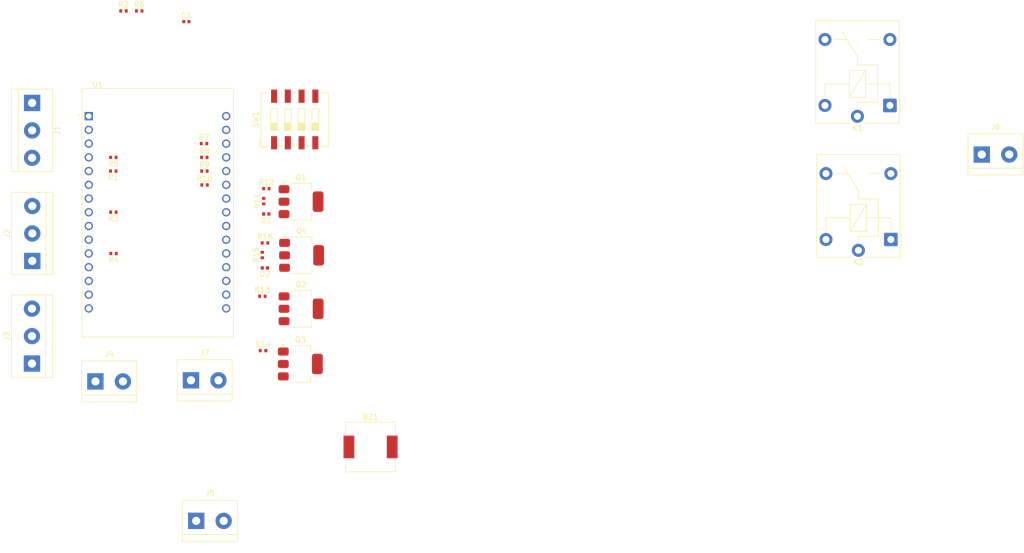
<source format=kicad_pcb>
(kicad_pcb (version 20240108) (generator "pcbnew") (generator_version "8.0")
  (layers (0 "F.Cu" signal) (31 "B.Cu" signal) (34 "B.Paste" user) (35 "F.Paste" user) (36 "B.SilkS" user "B.Silkscreen") (37 "F.SilkS" user "F.Silkscreen") (38 "B.Mask" user) (39 "F.Mask" user) (44 "Edge.Cuts" user))
  (net 0 "")
  (net 1 "+5V")
  (net 2 "Net-(BZ1--)")
  (net 3 "GND")
  (net 4 "Net-(D1-A)")
  (net 5 "Net-(D2-A)")
  (net 6 "LSC")
  (net 7 "LSA")
  (net 8 "KEYA")
  (net 9 "KEYC")
  (net 10 "FTC")
  (net 11 "PP")
  (net 12 "MO1")
  (net 13 "MO2")
  (net 14 "Net-(J7-Pin_2)")
  (net 15 "Net-(Q1-C)")
  (net 16 "Net-(Q4-C)")
  (net 17 "Net-(Q1-B)")
  (net 18 "Net-(Q2-B)")
  (net 19 "Net-(Q3-B)")
  (net 20 "Net-(Q4-B)")
  (net 21 "+3.3V")
  (net 22 "Net-(U1-D13)")
  (net 23 "Net-(U1-D12)")
  (net 24 "Net-(U1-D14)")
  (net 25 "Net-(U1-D27)")
  (net 26 "MA")
  (net 27 "LAMP")
  (net 28 "BUZZER")
  (net 29 "MC")
  (footprint "Resistor_SMD:R_0402_1005Metric" (layer "F.Cu") (at 137.87 87.89)
    (property "Reference" "R10" (at 0 -1.17 0) (layer "F.SilkS"))
    (property "Value" "1k")
    (fp_line (start -0.153641 -0.38) (end 0.153641 -0.38) (stroke (width 0.12)) (layer "F.SilkS"))
    (fp_line (start -0.153641 0.38) (end 0.153641 0.38) (stroke (width 0.12)) (layer "F.SilkS"))
    (pad "1" smd roundrect (at -0.51 0) (size 0.54 0.64) (layers "F.Cu" "F.Paste" "F.Mask") (net 21 "+3.3V"))
    (pad "2" smd roundrect (at 0.51 0) (size 0.54 0.64) (layers "F.Cu" "F.Paste" "F.Mask") (net 25 "Net-(U1-D27)"))
  )
  (footprint "Resistor_SMD:R_0402_1005Metric" (layer "F.Cu") (at 121 85.33 180)
    (property "Reference" "R1" (at 0 -1.17 360) (layer "F.SilkS"))
    (property "Value" "1k")
    (fp_line (start -0.153641 0.38) (end 0.153641 0.38) (stroke (width 0.12)) (layer "F.SilkS"))
    (fp_line (start -0.153641 -0.38) (end 0.153641 -0.38) (stroke (width 0.12)) (layer "F.SilkS"))
    (pad "1" smd roundrect (at -0.51 0 180) (size 0.54 0.64) (layers "F.Cu" "F.Paste" "F.Mask") (net 21 "+3.3V"))
    (pad "2" smd roundrect (at 0.51 0 180) (size 0.54 0.64) (layers "F.Cu" "F.Paste" "F.Mask") (net 7 "LSA"))
  )
  (footprint "Resistor_SMD:R_0402_1005Metric" (layer "F.Cu") (at 125.79 55.7)
    (property "Reference" "R6" (at 0 -1.17 0) (layer "F.SilkS"))
    (property "Value" "1k")
    (fp_line (start -0.153641 -0.38) (end 0.153641 -0.38) (stroke (width 0.12)) (layer "F.SilkS"))
    (fp_line (start -0.153641 0.38) (end 0.153641 0.38) (stroke (width 0.12)) (layer "F.SilkS"))
    (pad "1" smd roundrect (at -0.51 0) (size 0.54 0.64) (layers "F.Cu" "F.Paste" "F.Mask") (net 21 "+3.3V"))
    (pad "2" smd roundrect (at 0.51 0) (size 0.54 0.64) (layers "F.Cu" "F.Paste" "F.Mask") (net 9 "KEYC"))
  )
  (footprint "TerminalBlock:TerminalBlock_bornier-2_P5.08mm" (layer "F.Cu") (at 135.36 124.03)
    (property "Reference" "J7" (at 2.54 -5.08 0) (layer "F.SilkS"))
    (property "Value" "LAMP")
    (fp_line (start -2.54 -3.81) (end -2.54 3.81) (stroke (width 0.12)) (layer "F.SilkS"))
    (fp_line (start -2.54 3.81) (end 7.62 3.81) (stroke (width 0.12)) (layer "F.SilkS"))
    (fp_line (start 7.62 -3.81) (end -2.54 -3.81) (stroke (width 0.12)) (layer "F.SilkS"))
    (fp_line (start 7.62 2.54) (end -2.54 2.54) (stroke (width 0.12)) (layer "F.SilkS"))
    (fp_line (start 7.62 3.81) (end 7.62 -3.81) (stroke (width 0.12)) (layer "F.SilkS"))
    (pad "1" thru_hole rect (at 0 0) (size 3 3) (drill 1.52) (layers "*.Cu" "*.Mask") (net 1 "+5V"))
    (pad "2" thru_hole circle (at 5.08 0) (size 3 3) (drill 1.52) (layers "*.Cu" "*.Mask") (net 14 "Net-(J7-Pin_2)"))
  )
  (footprint "TerminalBlock:TerminalBlock_bornier-3_P5.08mm" (layer "F.Cu") (at 105.97 120.94 90)
    (property "Reference" "J3" (at 5.05 -4.65 90) (layer "F.SilkS"))
    (property "Value" "Screw_Terminal_01x03")
    (fp_line (start -2.54 -3.81) (end 12.7 -3.81) (stroke (width 0.12)) (layer "F.SilkS"))
    (fp_line (start -2.54 2.54) (end 12.7 2.54) (stroke (width 0.12)) (layer "F.SilkS"))
    (fp_line (start 12.7 3.81) (end 12.7 -3.81) (stroke (width 0.12)) (layer "F.SilkS"))
    (fp_line (start -2.54 3.81) (end -2.54 -3.81) (stroke (width 0.12)) (layer "F.SilkS"))
    (fp_line (start -2.54 3.81) (end 12.7 3.81) (stroke (width 0.12)) (layer "F.SilkS"))
    (pad "1" thru_hole rect (at 0 0 90) (size 3 3) (drill 1.52) (layers "*.Cu" "*.Mask") (net 3 "GND"))
    (pad "2" thru_hole circle (at 5.08 0 90) (size 3 3) (drill 1.52) (layers "*.Cu" "*.Mask") (net 10 "FTC"))
    (pad "3" thru_hole circle (at 10.16 0 90) (size 3 3) (drill 1.52) (layers "*.Cu" "*.Mask") (net 1 "+5V"))
  )
  (footprint "TerminalBlock:TerminalBlock_bornier-2_P5.08mm" (layer "F.Cu") (at 281.51 82.26)
    (property "Reference" "J6" (at 2.54 -5.08 0) (layer "F.SilkS"))
    (property "Value" "MOTOR")
    (fp_line (start -2.54 -3.81) (end -2.54 3.81) (stroke (width 0.12)) (layer "F.SilkS"))
    (fp_line (start -2.54 3.81) (end 7.62 3.81) (stroke (width 0.12)) (layer "F.SilkS"))
    (fp_line (start 7.62 -3.81) (end -2.54 -3.81) (stroke (width 0.12)) (layer "F.SilkS"))
    (fp_line (start 7.62 2.54) (end -2.54 2.54) (stroke (width 0.12)) (layer "F.SilkS"))
    (fp_line (start 7.62 3.81) (end 7.62 -3.81) (stroke (width 0.12)) (layer "F.SilkS"))
    (pad "1" thru_hole rect (at 0 0) (size 3 3) (drill 1.52) (layers "*.Cu" "*.Mask") (net 12 "MO1"))
    (pad "2" thru_hole circle (at 5.08 0) (size 3 3) (drill 1.52) (layers "*.Cu" "*.Mask") (net 13 "MO2"))
  )
  (footprint "Resistor_SMD:R_0402_1005Metric" (layer "F.Cu") (at 121.02 92.94 180)
    (property "Reference" "R3" (at 0 -1.17 360) (layer "F.SilkS"))
    (property "Value" "1k")
    (fp_line (start -0.153641 0.38) (end 0.153641 0.38) (stroke (width 0.12)) (layer "F.SilkS"))
    (fp_line (start -0.153641 -0.38) (end 0.153641 -0.38) (stroke (width 0.12)) (layer "F.SilkS"))
    (pad "1" smd roundrect (at -0.51 0 180) (size 0.54 0.64) (layers "F.Cu" "F.Paste" "F.Mask") (net 21 "+3.3V"))
    (pad "2" smd roundrect (at 0.51 0 180) (size 0.54 0.64) (layers "F.Cu" "F.Paste" "F.Mask") (net 10 "FTC"))
  )
  (footprint "Resistor_SMD:R_0402_1005Metric" (layer "F.Cu") (at 148.8 90.89 90)
    (property "Reference" "R11" (at 0 -1.17 90) (layer "F.SilkS"))
    (property "Value" "220")
    (fp_line (start -0.153641 -0.38) (end 0.153641 -0.38) (stroke (width 0.12)) (layer "F.SilkS"))
    (fp_line (start -0.153641 0.38) (end 0.153641 0.38) (stroke (width 0.12)) (layer "F.SilkS"))
    (pad "1" smd roundrect (at -0.51 0 90) (size 0.54 0.64) (layers "F.Cu" "F.Paste" "F.Mask") (net 4 "Net-(D1-A)"))
    (pad "2" smd roundrect (at 0.51 0 90) (size 0.54 0.64) (layers "F.Cu" "F.Paste" "F.Mask") (net 26 "MA"))
  )
  (footprint "Capacitor_SMD:C_0402_1005Metric" (layer "F.Cu") (at 134.5 57.68)
    (property "Reference" "C1" (at 0 -1.16 0) (layer "F.SilkS"))
    (property "Value" "22u")
    (fp_line (start -0.107836 -0.36) (end 0.107836 -0.36) (stroke (width 0.12)) (layer "F.SilkS"))
    (fp_line (start -0.107836 0.36) (end 0.107836 0.36) (stroke (width 0.12)) (layer "F.SilkS"))
    (pad "1" smd roundrect (at -0.48 0) (size 0.56 0.62) (layers "F.Cu" "F.Paste" "F.Mask") (net 1 "+5V"))
    (pad "2" smd roundrect (at 0.48 0) (size 0.56 0.62) (layers "F.Cu" "F.Paste" "F.Mask") (net 3 "GND"))
  )
  (footprint "Resistor_SMD:R_0402_1005Metric" (layer "F.Cu") (at 137.82 82.8)
    (property "Reference" "R8" (at 0 -1.17 0) (layer "F.SilkS"))
    (property "Value" "1k")
    (fp_line (start -0.153641 -0.38) (end 0.153641 -0.38) (stroke (width 0.12)) (layer "F.SilkS"))
    (fp_line (start -0.153641 0.38) (end 0.153641 0.38) (stroke (width 0.12)) (layer "F.SilkS"))
    (pad "1" smd roundrect (at -0.51 0) (size 0.54 0.64) (layers "F.Cu" "F.Paste" "F.Mask") (net 21 "+3.3V"))
    (pad "2" smd roundrect (at 0.51 0) (size 0.54 0.64) (layers "F.Cu" "F.Paste" "F.Mask") (net 23 "Net-(U1-D12)"))
  )
  (footprint "Relay_THT:Relay_SPDT_Finder_36.11" (layer "F.Cu") (at 264.7125 97.99 180)
    (property "Reference" "K2" (at 6 -4.2 360) (layer "F.SilkS"))
    (property "Value" "FINDER-36.11")
    (fp_line (start 13.71 15.71) (end -1.71 15.71) (stroke (width 0.12)) (layer "F.SilkS"))
    (fp_line (start 13.71 -3.31) (end 13.71 15.71) (stroke (width 0.12)) (layer "F.SilkS"))
    (fp_line (start 13.71 -3.31) (end 7.2 -3.31) (stroke (width 0.12)) (layer "F.SilkS"))
    (fp_line (start 12 4) (end 12 1.7) (stroke (width 0.12)) (layer "F.SilkS"))
    (fp_line (start 12 4) (end 7.5 4) (stroke (width 0.12)) (layer "F.SilkS"))
    (fp_line (start 10.3 12.2) (end 8 12.2) (stroke (width 0.12)) (layer "F.SilkS"))
    (fp_line (start 7.5 6.5) (end 4.5 6.5) (stroke (width 0.12)) (layer "F.SilkS"))
    (fp_line (start 7.5 1.5) (end 7.5 6.5) (stroke (width 0.12)) (layer "F.SilkS"))
    (fp_line (start 6 9) (end 8.7 13.5) (stroke (width 0.12)) (layer "F.SilkS"))
    (fp_line (start 6 7.5) (end 6 9) (stroke (width 0.12)) (layer "F.SilkS"))
    (fp_line (start 6 7.5) (end 2.3 7.5) (stroke (width 0.12)) (layer "F.SilkS"))
    (fp_line (start 6 0.6) (end 6 -0.3) (stroke (width 0.12)) (layer "F.SilkS"))
    (fp_line (start 6 0.6) (end 2.3 0.6) (stroke (width 0.12)) (layer "F.SilkS"))
    (fp_line (start 4.8 -3.31) (end -1.71 -3.31) (stroke (width 0.12)) (layer "F.SilkS"))
    (fp_line (start 4.5 6.5) (end 7.5 1.5) (stroke (width 0.12)) (layer "F.SilkS"))
    (fp_line (start 4.5 6.5) (end 4.5 1.5) (stroke (width 0.12)) (layer "F.SilkS"))
    (fp_line (start 4.5 4) (end 0 4) (stroke (width 0.12)) (layer "F.SilkS"))
    (fp_line (start 4.5 1.5) (end 7.5 1.5) (stroke (width 0.12)) (layer "F.SilkS"))
    (fp_line (start 2.3 7.5) (end 2.3 0.6) (stroke (width 0.12)) (layer "F.SilkS"))
    (fp_line (start 1.7 12.2) (end 4 12.2) (stroke (width 0.12)) (layer "F.SilkS"))
    (fp_line (start 0 1.7) (end 0 4) (stroke (width 0.12)) (layer "F.SilkS"))
    (fp_line (start -1.71 15.7) (end -1.71 -3.31) (stroke (width 0.12)) (layer "F.SilkS"))
    (fp_line (start -1.95 -1.15) (end -1.95 1.15) (stroke (width 0.12)) (layer "F.SilkS"))
    (pad "11" thru_hole circle (at 6 -2 180) (size 2.4 2.4) (drill 1.3) (layers "*.Cu" "*.Mask") (net 13 "MO2") (clearance 0.2))
    (pad "12" thru_hole circle (at 12 12.2 180) (size 2.4 2.4) (drill 1.3) (layers "*.Cu" "*.Mask") (net 1 "+5V"))
    (pad "14" thru_hole circle (at 0 12.2 180) (size 2.4 2.4) (drill 1.3) (layers "*.Cu" "*.Mask") (net 3 "GND"))
    (pad "A1" thru_hole roundrect (at 0 0 180) (size 2.5 2.5) (drill 1.3) (layers "*.Cu" "*.Mask") (roundrect_rratio 0.1) (net 1 "+5V"))
    (pad "A2" thru_hole circle (at 12 0 180) (size 2.4 2.4) (drill 1.3) (layers "*.Cu" "*.Mask") (net 16 "Net-(Q4-C)"))
  )
  (footprint "Resistor_SMD:R_0402_1005Metric" (layer "F.Cu") (at 121.01 82.8 180)
    (property "Reference" "R5" (at 0 -1.17 360) (layer "F.SilkS"))
    (property "Value" "1k")
    (fp_line (start -0.153641 0.38) (end 0.153641 0.38) (stroke (width 0.12)) (layer "F.SilkS"))
    (fp_line (start -0.153641 -0.38) (end 0.153641 -0.38) (stroke (width 0.12)) (layer "F.SilkS"))
    (pad "1" smd roundrect (at -0.51 0 180) (size 0.54 0.64) (layers "F.Cu" "F.Paste" "F.Mask") (net 21 "+3.3V"))
    (pad "2" smd roundrect (at 0.51 0 180) (size 0.54 0.64) (layers "F.Cu" "F.Paste" "F.Mask") (net 6 "LSC"))
  )
  (footprint "TerminalBlock:TerminalBlock_bornier-2_P5.08mm" (layer "F.Cu") (at 136.32 150.04)
    (property "Reference" "J5" (at 2.54 -5.08 0) (layer "F.SilkS"))
    (property "Value" "ALIMENTACION")
    (fp_line (start -2.54 -3.81) (end -2.54 3.81) (stroke (width 0.12)) (layer "F.SilkS"))
    (fp_line (start -2.54 3.81) (end 7.62 3.81) (stroke (width 0.12)) (layer "F.SilkS"))
    (fp_line (start 7.62 -3.81) (end -2.54 -3.81) (stroke (width 0.12)) (layer "F.SilkS"))
    (fp_line (start 7.62 2.54) (end -2.54 2.54) (stroke (width 0.12)) (layer "F.SilkS"))
    (fp_line (start 7.62 3.81) (end 7.62 -3.81) (stroke (width 0.12)) (layer "F.SilkS"))
    (pad "1" thru_hole rect (at 0 0) (size 3 3) (drill 1.52) (layers "*.Cu" "*.Mask") (net 3 "GND"))
    (pad "2" thru_hole circle (at 5.08 0) (size 3 3) (drill 1.52) (layers "*.Cu" "*.Mask") (net 1 "+5V"))
  )
  (footprint "LED_SMD:LED_0402_1005Metric" (layer "F.Cu") (at 149.02 103.25 180)
    (property "Reference" "D2" (at 0 -1.17 360) (layer "F.SilkS"))
    (property "Value" "MC")
    (fp_circle (center -1.09 0) (end -1.04 0) (stroke (width 0.1)) (fill none) (layer "F.SilkS"))
    (pad "1" smd roundrect (at -0.485 0 180) (size 0.59 0.64) (layers "F.Cu" "F.Paste" "F.Mask") (net 3 "GND"))
    (pad "2" smd roundrect (at 0.485 0 180) (size 0.59 0.64) (layers "F.Cu" "F.Paste" "F.Mask") (net 5 "Net-(D2-A)"))
  )
  (footprint "Resistor_SMD:R_0402_1005Metric" (layer "F.Cu") (at 148.55 108.49)
    (property "Reference" "R13" (at 0 -1.17 0) (layer "F.SilkS"))
    (property "Value" "1k")
    (fp_line (start -0.153641 -0.38) (end 0.153641 -0.38) (stroke (width 0.12)) (layer "F.SilkS"))
    (fp_line (start -0.153641 0.38) (end 0.153641 0.38) (stroke (width 0.12)) (layer "F.SilkS"))
    (pad "1" smd roundrect (at -0.51 0) (size 0.54 0.64) (layers "F.Cu" "F.Paste" "F.Mask") (net 27 "LAMP"))
    (pad "2" smd roundrect (at 0.51 0) (size 0.54 0.64) (layers "F.Cu" "F.Paste" "F.Mask") (net 18 "Net-(Q2-B)"))
  )
  (footprint "LIBRERIA PERSONAL:MODULE_ESP32-DEVKITC" (layer "F.Cu") (at 116.43 110.96)
    (property "Reference" "U1" (at 1.65 -41.63 0) (layer "F.SilkS"))
    (property "Value" "ESP32-DEVKITC")
    (fp_rect (start -1.23 -40.93) (end 26.77 5.07) (stroke (width 0.12)) (fill none) (layer "F.SilkS"))
    (fp_circle (center -1.83 -35.91) (end -1.73 -35.91) (stroke (width 0.2)) (fill none) (layer "F.SilkS"))
    (pad "1" thru_hole rect (at 0.04 -35.79) (size 1.53 1.53) (drill 1.02) (layers "*.Cu" "*.Mask") (net 21 "+3.3V"))
    (pad "2" thru_hole circle (at 0.04 -33.25) (size 1.53 1.53) (drill 1.02) (layers "*.Cu" "*.Mask") (net 3 "GND"))
    (pad "3" thru_hole circle (at 0.04 -30.71) (size 1.53 1.53) (drill 1.02) (layers "*.Cu" "*.Mask"))
    (pad "4" thru_hole circle (at 0.04 -28.17) (size 1.53 1.53) (drill 1.02) (layers "*.Cu" "*.Mask") (net 6 "LSC"))
    (pad "5" thru_hole circle (at 0.04 -25.63) (size 1.53 1.53) (drill 1.02) (layers "*.Cu" "*.Mask") (net 7 "LSA"))
    (pad "6" thru_hole circle (at 0.04 -23.09) (size 1.53 1.53) (drill 1.02) (layers "*.Cu" "*.Mask"))
    (pad "7" thru_hole circle (at 0.04 -20.55) (size 1.53 1.53) (drill 1.02) (layers "*.Cu" "*.Mask"))
    (pad "8" thru_hole circle (at 0.04 -18.01) (size 1.53 1.53) (drill 1.02) (layers "*.Cu" "*.Mask") (net 10 "FTC"))
    (pad "9" thru_hole circle (at 0.04 -15.47) (size 1.53 1.53) (drill 1.02) (layers "*.Cu" "*.Mask") (net 8 "KEYA"))
    (pad "10" thru_hole circle (at 0.04 -12.93) (size 1.53 1.53) (drill 1.02) (layers "*.Cu" "*.Mask") (net 9 "KEYC"))
    (pad "11" thru_hole circle (at 0.04 -10.39) (size 1.53 1.53) (drill 1.02) (layers "*.Cu" "*.Mask") (net 11 "PP"))
    (pad "12" thru_hole circle (at 0.04 -7.85) (size 1.53 1.53) (drill 1.02) (layers "*.Cu" "*.Mask"))
    (pad "13" thru_hole circle (at 0.04 -5.31) (size 1.53 1.53) (drill 1.02) (layers "*.Cu" "*.Mask"))
    (pad "14" thru_hole circle (at 0.04 -2.77) (size 1.53 1.53) (drill 1.02) (layers "*.Cu" "*.Mask"))
    (pad "15" thru_hole circle (at 0.04 -0.23) (size 1.53 1.53) (drill 1.02) (layers "*.Cu" "*.Mask"))
    (pad "16" thru_hole circle (at 25.44 -0.23) (size 1.53 1.53) (drill 1.02) (layers "*.Cu" "*.Mask"))
    (pad "17" thru_hole circle (at 25.44 -2.77) (size 1.53 1.53) (drill 1.02) (layers "*.Cu" "*.Mask"))
    (pad "18" thru_hole circle (at 25.44 -5.31) (size 1.53 1.53) (drill 1.02) (layers "*.Cu" "*.Mask"))
    (pad "19" thru_hole circle (at 25.44 -7.85) (size 1.53 1.53) (drill 1.02) (layers "*.Cu" "*.Mask") (net 28 "BUZZER"))
    (pad "20" thru_hole circle (at 25.44 -10.39) (size 1.53 1.53) (drill 1.02) (layers "*.Cu" "*.Mask"))
    (pad "21" thru_hole circle (at 25.44 -12.93) (size 1.53 1.53) (drill 1.02) (layers "*.Cu" "*.Mask") (net 27 "LAMP"))
    (pad "22" thru_hole circle (at 25.44 -15.47) (size 1.53 1.53) (drill 1.02) (layers "*.Cu" "*.Mask"))
    (pad "23" thru_hole circle (at 25.44 -18.01) (size 1.53 1.53) (drill 1.02) (layers "*.Cu" "*.Mask") (net 29 "MC"))
    (pad "24" thru_hole circle (at 25.44 -20.55) (size 1.53 1.53) (drill 1.02) (layers "*.Cu" "*.Mask") (net 26 "MA"))
    (pad "25" thru_hole circle (at 25.44 -23.09) (size 1.53 1.53) (drill 1.02) (layers "*.Cu" "*.Mask") (net 25 "Net-(U1-D27)"))
    (pad "26" thru_hole circle (at 25.44 -25.63) (size 1.53 1.53) (drill 1.02) (layers "*.Cu" "*.Mask") (net 24 "Net-(U1-D14)"))
    (pad "27" thru_hole circle (at 25.44 -28.17) (size 1.53 1.53) (drill 1.02) (layers "*.Cu" "*.Mask") (net 23 "Net-(U1-D12)"))
    (pad "28" thru_hole circle (at 25.44 -30.71) (size 1.53 1.53) (drill 1.02) (layers "*.Cu" "*.Mask") (net 22 "Net-(U1-D13)"))
    (pad "29" thru_hole circle (at 25.44 -33.25) (size 1.53 1.53) (drill 1.02) (layers "*.Cu" "*.Mask"))
    (pad "30" thru_hole circle (at 25.44 -35.79) (size 1.53 1.53) (drill 1.02) (layers "*.Cu" "*.Mask") (net 1 "+5V"))
  )
  (footprint "TerminalBlock:TerminalBlock_bornier-3_P5.08mm" (layer "F.Cu") (at 105.99 72.72 -90)
    (property "Reference" "J1" (at 5.05 -4.65 90) (layer "F.SilkS"))
    (property "Value" "LIMIT SWITCHES")
    (fp_line (start -2.54 3.81) (end 12.7 3.81) (stroke (width 0.12)) (layer "F.SilkS"))
    (fp_line (start -2.54 3.81) (end -2.54 -3.81) (stroke (width 0.12)) (layer "F.SilkS"))
    (fp_line (start 12.7 3.81) (end 12.7 -3.81) (stroke (width 0.12)) (layer "F.SilkS"))
    (fp_line (start -2.54 2.54) (end 12.7 2.54) (stroke (width 0.12)) (layer "F.SilkS"))
    (fp_line (start -2.54 -3.81) (end 12.7 -3.81) (stroke (width 0.12)) (layer "F.SilkS"))
    (pad "1" thru_hole rect (at 0 0 270) (size 3 3) (drill 1.52) (layers "*.Cu" "*.Mask") (net 6 "LSC"))
    (pad "2" thru_hole circle (at 5.08 0 270) (size 3 3) (drill 1.52) (layers "*.Cu" "*.Mask") (net 3 "GND"))
    (pad "3" thru_hole circle (at 10.16 0 270) (size 3 3) (drill 1.52) (layers "*.Cu" "*.Mask") (net 7 "LSA"))
  )
  (footprint "TerminalBlock:TerminalBlock_bornier-2_P5.08mm" (layer "F.Cu") (at 117.7 124.24)
    (property "Reference" "J4" (at 2.54 -5.08 0) (layer "F.SilkS"))
    (property "Value" "Screw_Terminal_01x02")
    (fp_line (start -2.54 -3.81) (end -2.54 3.81) (stroke (width 0.12)) (layer "F.SilkS"))
    (fp_line (start -2.54 3.81) (end 7.62 3.81) (stroke (width 0.12)) (layer "F.SilkS"))
    (fp_line (start 7.62 -3.81) (end -2.54 -3.81) (stroke (width 0.12)) (layer "F.SilkS"))
    (fp_line (start 7.62 2.54) (end -2.54 2.54) (stroke (width 0.12)) (layer "F.SilkS"))
    (fp_line (start 7.62 3.81) (end 7.62 -3.81) (stroke (width 0.12)) (layer "F.SilkS"))
    (pad "1" thru_hole rect (at 0 0) (size 3 3) (drill 1.52) (layers "*.Cu" "*.Mask") (net 3 "GND"))
    (pad "2" thru_hole circle (at 5.08 0) (size 3 3) (drill 1.52) (layers "*.Cu" "*.Mask") (net 11 "PP"))
  )
  (footprint "Resistor_SMD:R_0402_1005Metric" (layer "F.Cu") (at 148.54 100.86 90)
    (property "Reference" "R15" (at 0 -1.17 90) (layer "F.SilkS"))
    (property "Value" "220")
    (fp_line (start -0.153641 -0.38) (end 0.153641 -0.38) (stroke (width 0.12)) (layer "F.SilkS"))
    (fp_line (start -0.153641 0.38) (end 0.153641 0.38) (stroke (width 0.12)) (layer "F.SilkS"))
    (pad "1" smd roundrect (at -0.51 0 90) (size 0.54 0.64) (layers "F.Cu" "F.Paste" "F.Mask") (net 5 "Net-(D2-A)"))
    (pad "2" smd roundrect (at 0.51 0 90) (size 0.54 0.64) (layers "F.Cu" "F.Paste" "F.Mask") (net 29 "MC"))
  )
  (footprint "Resistor_SMD:R_0402_1005Metric" (layer "F.Cu") (at 122.88 55.7)
    (property "Reference" "R2" (at 0 -1.17 0) (layer "F.SilkS"))
    (property "Value" "1k")
    (fp_line (start -0.153641 -0.38) (end 0.153641 -0.38) (stroke (width 0.12)) (layer "F.SilkS"))
    (fp_line (start -0.153641 0.38) (end 0.153641 0.38) (stroke (width 0.12)) (layer "F.SilkS"))
    (pad "1" smd roundrect (at -0.51 0) (size 0.54 0.64) (layers "F.Cu" "F.Paste" "F.Mask") (net 21 "+3.3V"))
    (pad "2" smd roundrect (at 0.51 0) (size 0.54 0.64) (layers "F.Cu" "F.Paste" "F.Mask") (net 8 "KEYA"))
  )
  (footprint "Resistor_SMD:R_0402_1005Metric" (layer "F.Cu") (at 149.29 88.58)
    (property "Reference" "R12" (at 0 -1.17 0) (layer "F.SilkS"))
    (property "Value" "1k")
    (fp_line (start -0.153641 -0.38) (end 0.153641 -0.38) (stroke (width 0.12)) (layer "F.SilkS"))
    (fp_line (start -0.153641 0.38) (end 0.153641 0.38) (stroke (width 0.12)) (layer "F.SilkS"))
    (pad "1" smd roundrect (at -0.51 0) (size 0.54 0.64) (layers "F.Cu" "F.Paste" "F.Mask") (net 26 "MA"))
    (pad "2" smd roundrect (at 0.51 0) (size 0.54 0.64) (layers "F.Cu" "F.Paste" "F.Mask") (net 17 "Net-(Q1-B)"))
  )
  (footprint "Button_Switch_SMD:SW_DIP_SPSTx04_Slide_9.78x12.34mm_W8.61mm_P2.54mm" (layer "F.Cu") (at 154.53 75.785 90)
    (property "Reference" "SW1" (at 0 -7.23 90) (layer "F.SilkS"))
    (property "Value" "SW_DIP_x04")
    (fp_line (start -5.19 -6.47) (end -3.806 -6.47) (stroke (width 0.12)) (layer "F.SilkS"))
    (fp_line (start -5.19 -6.47) (end -5.19 -5.087) (stroke (width 0.12)) (layer "F.SilkS"))
    (fp_line (start 4.95 -6.23) (end 4.95 -4.61) (stroke (width 0.12)) (layer "F.SilkS"))
    (fp_line (start -4.95 -6.23) (end 4.95 -6.23) (stroke (width 0.12)) (layer "F.SilkS"))
    (fp_line (start -4.95 -6.23) (end -4.95 -4.61) (stroke (width 0.12)) (layer "F.SilkS"))
    (fp_line (start 2.03 -4.445) (end -2.03 -4.445) (stroke (width 0.12)) (layer "F.SilkS"))
    (fp_line (start -0.676667 -4.445) (end -0.676667 -3.175) (stroke (width 0.12)) (layer "F.SilkS"))
    (fp_line (start -2.03 -4.445) (end -2.03 -3.175) (stroke (width 0.12)) (layer "F.SilkS"))
    (fp_line (start -2.03 -4.325) (end -0.676667 -4.325) (stroke (width 0.12)) (layer "F.SilkS"))
    (fp_line (start -2.03 -4.205) (end -0.676667 -4.205) (stroke (width 0.12)) (layer "F.SilkS"))
    (fp_line (start -2.03 -4.085) (end -0.676667 -4.085) (stroke (width 0.12)) (layer "F.SilkS"))
    (fp_line (start -2.03 -3.965) (end -0.676667 -3.965) (stroke (width 0.12)) (layer "F.SilkS"))
    (fp_line (start -2.03 -3.845) (end -0.676667 -3.845) (stroke (width 0.12)) (layer "F.SilkS"))
    (fp_line (start -2.03 -3.725) (end -0.676667 -3.725) (stroke (width 0.12)) (layer "F.SilkS"))
    (fp_line (start -2.03 -3.605) (end -0.676667 -3.605) (stroke (width 0.12)) (layer "F.SilkS"))
    (fp_line (start -2.03 -3.485) (end -0.676667 -3.485) (stroke (width 0.12)) (layer "F.SilkS"))
    (fp_line (start -2.03 -3.365) (end -0.676667 -3.365) (stroke (width 0.12)) (layer "F.SilkS"))
    (fp_line (start -2.03 -3.245) (end -0.676667 -3.245) (stroke (width 0.12)) (layer "F.SilkS"))
    (fp_line (start 2.03 -3.175) (end 2.03 -4.445) (stroke (width 0.12)) (layer "F.SilkS"))
    (fp_line (start -2.03 -3.175) (end 2.03 -3.175) (stroke (width 0.12)) (layer "F.SilkS"))
    (fp_line (start 4.95 -3.01) (end 4.95 -2.07) (stroke (width 0.12)) (layer "F.SilkS"))
    (fp_line (start -4.95 -3.01) (end -4.95 -2.07) (stroke (width 0.12)) (layer "F.SilkS"))
    (fp_line (start 2.03 -1.905) (end -2.03 -1.905) (stroke (width 0.12)) (layer "F.SilkS"))
    (fp_line (start -0.676667 -1.905) (end -0.676667 -0.635) (stroke (width 0.12)) (layer "F.SilkS"))
    (fp_line (start -2.03 -1.905) (end -2.03 -0.635) (stroke (width 0.12)) (layer "F.SilkS"))
    (fp_line (start -2.03 -1.785) (end -0.676667 -1.785) (stroke (width 0.12)) (layer "F.SilkS"))
    (fp_line (start -2.03 -1.665) (end -0.676667 -1.665) (stroke (width 0.12)) (layer "F.SilkS"))
    (fp_line (start -2.03 -1.545) (end -0.676667 -1.545) (stroke (width 0.12)) (layer "F.SilkS"))
    (fp_line (start -2.03 -1.425) (end -0.676667 -1.425) (stroke (width 0.12)) (layer "F.SilkS"))
    (fp_line (start -2.03 -1.305) (end -0.676667 -1.305) (stroke (width 0.12)) (layer "F.SilkS"))
    (fp_line (start -2.03 -1.185) (end -0.676667 -1.185) (stroke (width 0.12)) (layer "F.SilkS"))
    (fp_line (start -2.03 -1.065) (end -0.676667 -1.065) (stroke (width 0.12)) (layer "F.SilkS"))
    (fp_line (start -2.03 -0.945) (end -0.676667 -0.945) (stroke (width 0.12)) (layer "F.SilkS"))
    (fp_line (start -2.03 -0.825) (end -0.676667 -0.825) (stroke (width 0.12)) (layer "F.SilkS"))
    (fp_line (start -2.03 -0.705) (end -0.676667 -0.705) (stroke (width 0.12)) (layer "F.SilkS"))
    (fp_line (start 2.03 -0.635) (end 2.03 -1.905) (stroke (width 0.12)) (layer "F.SilkS"))
    (fp_line (start -2.03 -0.635) (end 2.03 -0.635) (stroke (width 0.12)) (layer "F.SilkS"))
    (fp_line (start 4.95 -0.47) (end 4.95 0.47) (stroke (width 0.12)) (layer "F.SilkS"))
    (fp_line (start -4.95 -0.47) (end -4.95 0.47) (stroke (width 0.12)) (layer "F.SilkS"))
    (fp_line (start 2.03 0.635) (end -2.03 0.635) (stroke (width 0.12)) (layer "F.SilkS"))
    (fp_line (start -0.676667 0.635) (end -0.676667 1.905) (stroke (width 0.12)) (layer "F.SilkS"))
    (fp_line (start -2.03 0.635) (end -2.03 1.905) (stroke (width 0.12)) (layer "F.SilkS"))
    (fp_line (start -2.03 0.755) (end -0.676667 0.755) (stroke (width 0.12)) (layer "F.SilkS"))
    (fp_line (start -2.03 0.875) (end -0.676667 0.875) (stroke (width 0.12)) (layer "F.SilkS"))
    (fp_line (start -2.03 0.995) (end -0.676667 0.995) (stroke (width 0.12)) (layer "F.SilkS"))
    (fp_line (start -2.03 1.115) (end -0.676667 1.115) (stroke (width 0.12)) (layer "F.SilkS"))
    (fp_line (start -2.03 1.235) (end -0.676667 1.235) (stroke (width 0.12)) (layer "F.SilkS"))
    (fp_line (start -2.03 1.355) (end -0.676667 1.355) (stroke (width 0.12)) (layer "F.SilkS"))
    (fp_line (start -2.03 1.475) (end -0.676667 1.475) (stroke (width 0.12)) (layer "F.SilkS"))
    (fp_line (start -2.03 1.595) (end -0.676667 1.595) (stroke (width 0.12)) (layer "F.SilkS"))
    (fp_line (start -2.03 1.715) (end -0.676667 1.715) (stroke (width 0.12)) (layer "F.SilkS"))
    (fp_line (start -2.03 1.835) (end -0.676667 1.835) (stroke (width 0.12)) (layer "F.SilkS"))
    (fp_line (start 2.03 1.905) (end 2.03 0.635) (stroke (width 0.12)) (layer "F.SilkS"))
    (fp_line (start -2.03 1.905) (end 2.03 1.905) (stroke (width 0.12)) (layer "F.SilkS"))
    (fp_line (start 4.95 2.07) (end 4.95 3.01) (stroke (width 0.12)) (layer "F.SilkS"))
    (fp_line (start -4.95 2.07) (end -4.95 3.01) (stroke (width 0.12)) (layer "F.SilkS"))
    (fp_line (start 2.03 3.175) (end -2.03 3.175) (stroke (width 0.12)) (layer "F.SilkS"))
    (fp_line (start -0.676667 3.175) (end -0.676667 4.445) (stroke (width 0.12)) (layer "F.SilkS"))
    (fp_line (start -2.03 3.175) (end -2.03 4.445) (stroke (width 0.12)) (layer "F.SilkS"))
    (fp_line (start -2.03 3.295) (end -0.676667 3.295) (stroke (width 0.12)) (layer "F.SilkS"))
    (fp_line (start -2.03 3.415) (end -0.676667 3.415) (stroke (width 0.12)) (layer "F.SilkS"))
    (fp_line (start -2.03 3.535) (end -0.676667 3.535) (stroke (width 0.12)) (layer "F.SilkS"))
    (fp_line (start -2.03 3.655) (end -0.676667 3.655) (stroke (width 0.12)) (layer "F.SilkS"))
    (fp_line (start -2.03 3.775) (end -0.676667 3.775) (stroke (width 0.12)) (layer "F.SilkS"))
    (fp_line (start -2.03 3.895) (end -0.676667 3.895) (stroke (width 0.12)) (layer "F.SilkS"))
    (fp_line (start -2.03 4.015) (end -0.676667 4.015) (stroke (width 0.12)) (layer "F.SilkS"))
    (fp_line (start -2.03 4.135) (end -0.676667 4.135) (stroke (width 0.12)) (layer "F.SilkS"))
    (fp_line (start -2.03 4.255) (end -0.676667 4.255) (stroke (width 0.12)) (layer "F.SilkS"))
    (fp_line (start -2.03 4.375) (end -0.676667 4.375) (stroke (width 0.12)) (layer "F.SilkS"))
    (fp_line (start 2.03 4.445) (end 2.03 3.175) (stroke (width 0.12)) (layer "F.SilkS"))
    (fp_line (start -2.03 4.445) (end 2.03 4.445) (stroke (width 0.12)) (layer "F.SilkS"))
    (fp_line (start 4.95 4.61) (end 4.95 6.23) (stroke (width 0.12)) (layer "F.SilkS"))
    (fp_line (start -4.95 4.61) (end -4.95 6.23) (stroke (width 0.12)) (layer "F.SilkS"))
    (fp_line (start -4.95 6.23) (end 4.95 6.23) (stroke (width 0.12)) (layer "F.SilkS"))
    (pad "1" smd rect (at -4.305 -3.81 90) (size 2.44 1.12) (layers "F.Cu" "F.Paste" "F.Mask") (net 22 "Net-(U1-D13)"))
    (pad "2" smd rect (at -4.305 -1.27 90) (size 2.44 1.12) (layers "F.Cu" "F.Paste" "F.Mask") (net 23 "Net-(U1-D12)"))
    (pad "3" smd rect (at -4.305 1.27 90) (size 2.44 1.12) (layers "F.Cu" "F.Paste" "F.Mask") (net 24 "Net-(U1-D14)"))
    (pad "4" smd rect (at -4.305 3.81 90) (size 2.44 1.12) (layers "F.Cu" "F.Paste" "F.Mask") (net 25 "Net-(U1-D27)"))
    (pad "5" smd rect (at 4.305 3.81 90) (size 2.44 1.12) (layers "F.Cu" "F.Paste" "F.Mask") (net 3 "GND"))
    (pad "6" smd rect (at 4.305 1.27 90) (size 2.44 1.12) (layers "F.Cu" "F.Paste" "F.Mask") (net 3 "GND"))
    (pad "7" smd rect (at 4.305 -1.27 90) (size 2.44 1.12) (layers "F.Cu" "F.Paste" "F.Mask") (net 3 "GND"))
    (pad "8" smd rect (at 4.305 -3.81 90) (size 2.44 1.12) (layers "F.Cu" "F.Paste" "F.Mask") (net 3 "GND"))
  )
  (footprint "Resistor_SMD:R_0402_1005Metric" (layer "F.Cu") (at 121.05 100.58 180)
    (property "Reference" "R4" (at 0 -1.17 360) (layer "F.SilkS"))
    (property "Value" "1k")
    (fp_line (start -0.153641 0.38) (end 0.153641 0.38) (stroke (width 0.12)) (layer "F.SilkS"))
    (fp_line (start -0.153641 -0.38) (end 0.153641 -0.38) (stroke (width 0.12)) (layer "F.SilkS"))
    (pad "1" smd roundrect (at -0.51 0 180) (size 0.54 0.64) (layers "F.Cu" "F.Paste" "F.Mask") (net 21 "+3.3V"))
    (pad "2" smd roundrect (at 0.51 0 180) (size 0.54 0.64) (layers "F.Cu" "F.Paste" "F.Mask") (net 11 "PP"))
  )
  (footprint "Resistor_SMD:R_0402_1005Metric" (layer "F.Cu") (at 148.67 118.54)
    (property "Reference" "R14" (at 0 -1.17 0) (layer "F.SilkS"))
    (property "Value" "1k")
    (fp_line (start -0.153641 -0.38) (end 0.153641 -0.38) (stroke (width 0.12)) (layer "F.SilkS"))
    (fp_line (start -0.153641 0.38) (end 0.153641 0.38) (stroke (width 0.12)) (layer "F.SilkS"))
    (pad "1" smd roundrect (at -0.51 0) (size 0.54 0.64) (layers "F.Cu" "F.Paste" "F.Mask") (net 28 "BUZZER"))
    (pad "2" smd roundrect (at 0.51 0) (size 0.54 0.64) (layers "F.Cu" "F.Paste" "F.Mask") (net 19 "Net-(Q3-B)"))
  )
  (footprint "Relay_THT:Relay_SPDT_Finder_36.11" (layer "F.Cu") (at 264.5325 73.19 180)
    (property "Reference" "K1" (at 6 -4.2 360) (layer "F.SilkS"))
    (property "Value" "FINDER-36.11")
    (fp_line (start 13.71 15.71) (end -1.71 15.71) (stroke (width 0.12)) (layer "F.SilkS"))
    (fp_line (start 13.71 -3.31) (end 13.71 15.71) (stroke (width 0.12)) (layer "F.SilkS"))
    (fp_line (start 13.71 -3.31) (end 7.2 -3.31) (stroke (width 0.12)) (layer "F.SilkS"))
    (fp_line (start 12 4) (end 12 1.7) (stroke (width 0.12)) (layer "F.SilkS"))
    (fp_line (start 12 4) (end 7.5 4) (stroke (width 0.12)) (layer "F.SilkS"))
    (fp_line (start 10.3 12.2) (end 8 12.2) (stroke (width 0.12)) (layer "F.SilkS"))
    (fp_line (start 7.5 6.5) (end 4.5 6.5) (stroke (width 0.12)) (layer "F.SilkS"))
    (fp_line (start 7.5 1.5) (end 7.5 6.5) (stroke (width 0.12)) (layer "F.SilkS"))
    (fp_line (start 6 9) (end 8.7 13.5) (stroke (width 0.12)) (layer "F.SilkS"))
    (fp_line (start 6 7.5) (end 6 9) (stroke (width 0.12)) (layer "F.SilkS"))
    (fp_line (start 6 7.5) (end 2.3 7.5) (stroke (width 0.12)) (layer "F.SilkS"))
    (fp_line (start 6 0.6) (end 6 -0.3) (stroke (width 0.12)) (layer "F.SilkS"))
    (fp_line (start 6 0.6) (end 2.3 0.6) (stroke (width 0.12)) (layer "F.SilkS"))
    (fp_line (start 4.8 -3.31) (end -1.71 -3.31) (stroke (width 0.12)) (layer "F.SilkS"))
    (fp_line (start 4.5 6.5) (end 7.5 1.5) (stroke (width 0.12)) (layer "F.SilkS"))
    (fp_line (start 4.5 6.5) (end 4.5 1.5) (stroke (width 0.12)) (layer "F.SilkS"))
    (fp_line (start 4.5 4) (end 0 4) (stroke (width 0.12)) (layer "F.SilkS"))
    (fp_line (start 4.5 1.5) (end 7.5 1.5) (stroke (width 0.12)) (layer "F.SilkS"))
    (fp_line (start 2.3 7.5) (end 2.3 0.6) (stroke (width 0.12)) (layer "F.SilkS"))
    (fp_line (start 1.7 12.2) (end 4 12.2) (stroke (width 0.12)) (layer "F.SilkS"))
    (fp_line (start 0 1.7) (end 0 4) (stroke (width 0.12)) (layer "F.SilkS"))
    (fp_line (start -1.71 15.7) (end -1.71 -3.31) (stroke (width 0.12)) (layer "F.SilkS"))
    (fp_line (start -1.95 -1.15) (end -1.95 1.15) (stroke (width 0.12)) (layer "F.SilkS"))
    (pad "11" thru_hole circle (at 6 -2 180) (size 2.4 2.4) (drill 1.3) (layers "*.Cu" "*.Mask") (net 12 "MO1") (clearance 0.2))
    (pad "12" thru_hole circle (at 12 12.2 180) (size 2.4 2.4) (drill 1.3) (layers "*.Cu" "*.Mask") (net 1 "+5V"))
    (pad "14" thru_hole circle (at 0 12.2 180) (size 2.4 2.4) (drill 1.3) (layers "*.Cu" "*.Mask") (net 3 "GND"))
    (pad "A1" thru_hole roundrect (at 0 0 180) (size 2.5 2.5) (drill 1.3) (layers "*.Cu" "*.Mask") (roundrect_rratio 0.1) (net 1 "+5V"))
    (pad "A2" thru_hole circle (at 12 0 180) (size 2.4 2.4) (drill 1.3) (layers "*.Cu" "*.Mask") (net 15 "Net-(Q1-C)"))
  )
  (footprint "Resistor_SMD:R_0402_1005Metric" (layer "F.Cu") (at 137.77 80.24)
    (property "Reference" "R7" (at 0 -1.17 0) (layer "F.SilkS"))
    (property "Value" "1k")
    (fp_line (start -0.153641 -0.38) (end 0.153641 -0.38) (stroke (width 0.12)) (layer "F.SilkS"))
    (fp_line (start -0.153641 0.38) (end 0.153641 0.38) (stroke (width 0.12)) (layer "F.SilkS"))
    (pad "1" smd roundrect (at -0.51 0) (size 0.54 0.64) (layers "F.Cu" "F.Paste" "F.Mask") (net 21 "+3.3V"))
    (pad "2" smd roundrect (at 0.51 0) (size 0.54 0.64) (layers "F.Cu" "F.Paste" "F.Mask") (net 22 "Net-(U1-D13)"))
  )
  (footprint "Package_TO_SOT_SMD:SOT-223-3_TabPin2" (layer "F.Cu") (at 155.7 90.9875)
    (property "Reference" "Q1" (at 0 -4.5 0) (layer "F.SilkS"))
    (property "Value" "PZT2222A")
    (fp_line (start -1.85 -3.41) (end 1.91 -3.41) (stroke (width 0.12)) (layer "F.SilkS"))
    (fp_line (start -1.85 3.41) (end 1.91 3.41) (stroke (width 0.12)) (layer "F.SilkS"))
    (fp_line (start 1.91 -3.41) (end 1.91 -2.15) (stroke (width 0.12)) (layer "F.SilkS"))
    (fp_line (start 1.91 3.41) (end 1.91 2.15) (stroke (width 0.12)) (layer "F.SilkS"))
    (fp_poly (pts (xy -3.13 -3.31) (xy -3.37 -3.64) (xy -2.89 -3.64) (xy -3.13 -3.31)) (stroke (width 0.12)) (fill solid) (layer "F.SilkS"))
    (pad "1" smd roundrect (at -3.15 -2.3) (size 2 1.5) (layers "F.Cu" "F.Paste" "F.Mask") (net 17 "Net-(Q1-B)"))
    (pad "2" smd roundrect (at -3.15 0) (size 2 1.5) (layers "F.Cu" "F.Paste" "F.Mask") (net 15 "Net-(Q1-C)"))
    (pad "2" smd roundrect (at 3.15 0) (size 2 3.8) (layers "F.Cu" "F.Paste" "F.Mask") (net 15 "Net-(Q1-C)"))
    (pad "3" smd roundrect (at -3.15 2.3) (size 2 1.5) (layers "F.Cu" "F.Paste" "F.Mask") (net 3 "GND"))
  )
  (footprint "Package_TO_SOT_SMD:SOT-223-3_TabPin2" (layer "F.Cu") (at 155.71 110.8075)
    (property "Reference" "Q2" (at 0 -4.5 0) (layer "F.SilkS"))
    (property "Value" "PZT2222A")
    (fp_line (start -1.85 -3.41) (end 1.91 -3.41) (stroke (width 0.12)) (layer "F.SilkS"))
    (fp_line (start -1.85 3.41) (end 1.91 3.41) (stroke (width 0.12)) (layer "F.SilkS"))
    (fp_line (start 1.91 -3.41) (end 1.91 -2.15) (stroke (width 0.12)) (layer "F.SilkS"))
    (fp_line (start 1.91 3.41) (end 1.91 2.15) (stroke (width 0.12)) (layer "F.SilkS"))
    (fp_poly (pts (xy -3.13 -3.31) (xy -3.37 -3.64) (xy -2.89 -3.64) (xy -3.13 -3.31)) (stroke (width 0.12)) (fill solid) (layer "F.SilkS"))
    (pad "1" smd roundrect (at -3.15 -2.3) (size 2 1.5) (layers "F.Cu" "F.Paste" "F.Mask") (net 18 "Net-(Q2-B)"))
    (pad "2" smd roundrect (at -3.15 0) (size 2 1.5) (layers "F.Cu" "F.Paste" "F.Mask") (net 14 "Net-(J7-Pin_2)"))
    (pad "2" smd roundrect (at 3.15 0) (size 2 3.8) (layers "F.Cu" "F.Paste" "F.Mask") (net 14 "Net-(J7-Pin_2)"))
    (pad "3" smd roundrect (at -3.15 2.3) (size 2 1.5) (layers "F.Cu" "F.Paste" "F.Mask") (net 3 "GND"))
  )
  (footprint "Package_TO_SOT_SMD:SOT-223-3_TabPin2" (layer "F.Cu") (at 155.57 121.01)
    (property "Reference" "Q3" (at 0 -4.5 0) (layer "F.SilkS"))
    (property "Value" "PZT2222A")
    (fp_line (start -1.85 -3.41) (end 1.91 -3.41) (stroke (width 0.12)) (layer "F.SilkS"))
    (fp_line (start -1.85 3.41) (end 1.91 3.41) (stroke (width 0.12)) (layer "F.SilkS"))
    (fp_line (start 1.91 -3.41) (end 1.91 -2.15) (stroke (width 0.12)) (layer "F.SilkS"))
    (fp_line (start 1.91 3.41) (end 1.91 2.15) (stroke (width 0.12)) (layer "F.SilkS"))
    (fp_poly (pts (xy -3.13 -3.31) (xy -3.37 -3.64) (xy -2.89 -3.64) (xy -3.13 -3.31)) (stroke (width 0.12)) (fill solid) (layer "F.SilkS"))
    (pad "1" smd roundrect (at -3.15 -2.3) (size 2 1.5) (layers "F.Cu" "F.Paste" "F.Mask") (net 19 "Net-(Q3-B)"))
    (pad "2" smd roundrect (at -3.15 0) (size 2 1.5) (layers "F.Cu" "F.Paste" "F.Mask") (net 2 "Net-(BZ1--)"))
    (pad "2" smd roundrect (at 3.15 0) (size 2 3.8) (layers "F.Cu" "F.Paste" "F.Mask") (net 2 "Net-(BZ1--)"))
    (pad "3" smd roundrect (at -3.15 2.3) (size 2 1.5) (layers "F.Cu" "F.Paste" "F.Mask") (net 3 "GND"))
  )
  (footprint "LED_SMD:LED_0402_1005Metric" (layer "F.Cu") (at 149.27 93.26 180)
    (property "Reference" "D1" (at 0 -1.17 360) (layer "F.SilkS"))
    (property "Value" "MA")
    (fp_circle (center -1.09 0) (end -1.04 0) (stroke (width 0.1)) (fill none) (layer "F.SilkS"))
    (pad "1" smd roundrect (at -0.485 0 180) (size 0.59 0.64) (layers "F.Cu" "F.Paste" "F.Mask") (net 3 "GND"))
    (pad "2" smd roundrect (at 0.485 0 180) (size 0.59 0.64) (layers "F.Cu" "F.Paste" "F.Mask") (net 4 "Net-(D1-A)"))
  )
  (footprint "Package_TO_SOT_SMD:SOT-223-3_TabPin2" (layer "F.Cu") (at 155.8 100.91)
    (property "Reference" "Q4" (at 0 -4.5 0) (layer "F.SilkS"))
    (property "Value" "PZT2222A")
    (fp_line (start -1.85 -3.41) (end 1.91 -3.41) (stroke (width 0.12)) (layer "F.SilkS"))
    (fp_line (start -1.85 3.41) (end 1.91 3.41) (stroke (width 0.12)) (layer "F.SilkS"))
    (fp_line (start 1.91 -3.41) (end 1.91 -2.15) (stroke (width 0.12)) (layer "F.SilkS"))
    (fp_line (start 1.91 3.41) (end 1.91 2.15) (stroke (width 0.12)) (layer "F.SilkS"))
    (fp_poly (pts (xy -3.13 -3.31) (xy -3.37 -3.64) (xy -2.89 -3.64) (xy -3.13 -3.31)) (stroke (width 0.12)) (fill solid) (layer "F.SilkS"))
    (pad "1" smd roundrect (at -3.15 -2.3) (size 2 1.5) (layers "F.Cu" "F.Paste" "F.Mask") (net 20 "Net-(Q4-B)"))
    (pad "2" smd roundrect (at -3.15 0) (size 2 1.5) (layers "F.Cu" "F.Paste" "F.Mask") (net 16 "Net-(Q4-C)"))
    (pad "2" smd roundrect (at 3.15 0) (size 2 3.8) (layers "F.Cu" "F.Paste" "F.Mask") (net 16 "Net-(Q4-C)"))
    (pad "3" smd roundrect (at -3.15 2.3) (size 2 1.5) (layers "F.Cu" "F.Paste" "F.Mask") (net 3 "GND"))
  )
  (footprint "TerminalBlock:TerminalBlock_bornier-3_P5.08mm" (layer "F.Cu") (at 106.03 101.95 90)
    (property "Reference" "J2" (at 5.05 -4.65 90) (layer "F.SilkS"))
    (property "Value" "LLAVE")
    (fp_line (start -2.54 -3.81) (end 12.7 -3.81) (stroke (width 0.12)) (layer "F.SilkS"))
    (fp_line (start -2.54 2.54) (end 12.7 2.54) (stroke (width 0.12)) (layer "F.SilkS"))
    (fp_line (start 12.7 3.81) (end 12.7 -3.81) (stroke (width 0.12)) (layer "F.SilkS"))
    (fp_line (start -2.54 3.81) (end -2.54 -3.81) (stroke (width 0.12)) (layer "F.SilkS"))
    (fp_line (start -2.54 3.81) (end 12.7 3.81) (stroke (width 0.12)) (layer "F.SilkS"))
    (pad "1" thru_hole rect (at 0 0 90) (size 3 3) (drill 1.52) (layers "*.Cu" "*.Mask") (net 9 "KEYC"))
    (pad "2" thru_hole circle (at 5.08 0 90) (size 3 3) (drill 1.52) (layers "*.Cu" "*.Mask") (net 3 "GND"))
    (pad "3" thru_hole circle (at 10.16 0 90) (size 3 3) (drill 1.52) (layers "*.Cu" "*.Mask") (net 8 "KEYA"))
  )
  (footprint "Resistor_SMD:R_0402_1005Metric" (layer "F.Cu") (at 137.84 85.33)
    (property "Reference" "R9" (at 0 -1.17 0) (layer "F.SilkS"))
    (property "Value" "1k")
    (fp_line (start -0.153641 -0.38) (end 0.153641 -0.38) (stroke (width 0.12)) (layer "F.SilkS"))
    (fp_line (start -0.153641 0.38) (end 0.153641 0.38) (stroke (width 0.12)) (layer "F.SilkS"))
    (pad "1" smd roundrect (at -0.51 0) (size 0.54 0.64) (layers "F.Cu" "F.Paste" "F.Mask") (net 21 "+3.3V"))
    (pad "2" smd roundrect (at 0.51 0) (size 0.54 0.64) (layers "F.Cu" "F.Paste" "F.Mask") (net 24 "Net-(U1-D14)"))
  )
  (footprint "Resistor_SMD:R_0402_1005Metric" (layer "F.Cu") (at 149.04 98.62)
    (property "Reference" "R16" (at 0 -1.17 0) (layer "F.SilkS"))
    (property "Value" "1k")
    (fp_line (start -0.153641 -0.38) (end 0.153641 -0.38) (stroke (width 0.12)) (layer "F.SilkS"))
    (fp_line (start -0.153641 0.38) (end 0.153641 0.38) (stroke (width 0.12)) (layer "F.SilkS"))
    (pad "1" smd roundrect (at -0.51 0) (size 0.54 0.64) (layers "F.Cu" "F.Paste" "F.Mask") (net 29 "MC"))
    (pad "2" smd roundrect (at 0.51 0) (size 0.54 0.64) (layers "F.Cu" "F.Paste" "F.Mask") (net 20 "Net-(Q4-B)"))
  )
  (footprint "Buzzer_Beeper:Buzzer_CUI_CPT-9019S-SMT" (layer "F.Cu") (at 168.55 136.36)
    (property "Reference" "BZ1" (at 0 -5.5 360) (layer "F.SilkS"))
    (property "Value" "Buzzer")
    (fp_line (start -4.6 -4.6) (end -4.6 -2.4) (stroke (width 0.12)) (layer "F.SilkS"))
    (fp_line (start -4.6 -4.6) (end 4.6 -4.6) (stroke (width 0.12)) (layer "F.SilkS"))
    (fp_line (start -4.6 -2.4) (end -5 -2.4) (stroke (width 0.12)) (layer "F.SilkS"))
    (fp_line (start -4.6 2.4) (end -4.6 4.6) (stroke (width 0.12)) (layer "F.SilkS"))
    (fp_line (start 4.6 -4.6) (end 4.6 -2.4) (stroke (width 0.12)) (layer "F.SilkS"))
    (fp_line (start 4.6 2.4) (end 4.6 4.6) (stroke (width 0.12)) (layer "F.SilkS"))
    (fp_line (start 4.6 4.6) (end -4.6 4.6) (stroke (width 0.12)) (layer "F.SilkS"))
    (pad "1" smd rect (at -4 0) (size 2 4.2) (layers "F.Cu" "F.Paste" "F.Mask") (net 1 "+5V"))
    (pad "2" smd rect (at 4 0) (size 2 4.2) (layers "F.Cu" "F.Paste" "F.Mask") (net 2 "Net-(BZ1--)"))
  )
)
</source>
